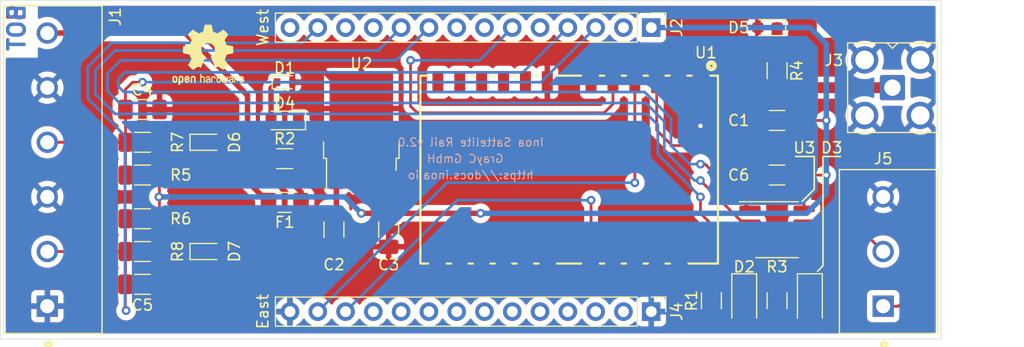
<source format=kicad_pcb>
(kicad_pcb (version 20211014) (generator pcbnew)
  (layers (0 "F.Cu" signal) (31 "B.Cu" signal) (34 "B.Paste" user) (35 "F.Paste" user) (36 "B.SilkS" user "B.Silkscreen") (37 "F.SilkS" user "F.Silkscreen") (38 "B.Mask" user) (39 "F.Mask" user) (44 "Edge.Cuts" user))
  (net 0 "")
  (net 1 "GND")
  (net 2 "S0_0")
  (net 3 "S0_1")
  (net 4 "+3V3")
  (net 5 "Net-(D1-Pad1)")
  (net 6 "VCC")
  (net 7 "Net-(C2-Pad1)")
  (net 8 "RS485_0_RX")
  (net 9 "Net-(D5-Pad1)")
  (net 10 "Net-(D6-Pad1)")
  (net 11 "Antenna")
  (net 12 "WMBus_RX")
  (net 13 "RS485_0_TXE")
  (net 14 "RS485_0_TX")
  (net 15 "Net-(D2-Pad2)")
  (net 16 "Net-(D7-Pad1)")
  (net 17 "WMBus_TX")
  (net 18 "~{WMBus_Reset}")
  (net 19 "RS485_0_A")
  (net 20 "RS485_0_B")
  (net 21 "TX_IND")
  (net 22 "Net-(D3-Pad2)")
  (net 23 "RX_IND")
  (footprint "Diode_SMD:D_0603_1608Metric_Pad1.05x0.95mm_HandSolder" (layer "F.Cu") (at 125 114)
    (fp_text reference "D7" (at 2.4 0 90) (layer "F.SilkS"))
    (fp_text value "D_TVS")
    (pad "1" smd roundrect (at -0.875 0) (size 1.05 0.95) (layers "F.Cu" "F.Paste" "F.Mask") (net 16 "Net-(D7-Pad1)"))
    (pad "2" smd roundrect (at 0.875 0) (size 1.05 0.95) (layers "F.Cu" "F.Paste" "F.Mask") (net 1 "GND"))
  )
  (footprint "Symbol:OSHW-Logo2_7.3x6mm_SilkScreen" (layer "F.Cu") (at 125 96)
    (fp_text reference "G1" hide)
    (fp_text value "Logo_Open_Hardware_Small" hide)
  )
  (footprint "Capacitor_SMD:C_1206_3216Metric_Pad1.33x1.80mm_HandSolder" (layer "F.Cu") (at 136.5 112 -90)
    (fp_text reference "C2" (at 3.2 0 180) (layer "F.SilkS"))
    (fp_text value "100nF")
    (pad "1" smd roundrect (at -1.5625 0 270) (size 1.325 1.8) (layers "F.Cu" "F.Paste" "F.Mask") (roundrect_rratio 0.188679) (net 7 "Net-(C2-Pad1)"))
    (pad "2" smd roundrect (at 1.5625 0 270) (size 1.325 1.8) (layers "F.Cu" "F.Paste" "F.Mask") (roundrect_rratio 0.188679) (net 1 "GND"))
  )
  (footprint "Connector_PinHeader_2.54mm:PinHeader_1x14_P2.54mm_Vertical" (layer "F.Cu") (at 165.5 93.5 -90)
    (fp_text reference "J2" (at 0 -2.33 90) (layer "F.SilkS"))
    (fp_text value "West")
    (pad "1" thru_hole rect (at 0 0 270) (size 1.7 1.7) (drill 1) (layers *.Cu *.Mask) (net 4 "+3V3"))
    (pad "2" thru_hole oval (at 0 2.54 270) (size 1.7 1.7) (drill 1) (layers *.Cu *.Mask))
    (pad "3" thru_hole oval (at 0 5.08 270) (size 1.7 1.7) (drill 1) (layers *.Cu *.Mask) (net 2 "S0_0"))
    (pad "4" thru_hole oval (at 0 7.62 270) (size 1.7 1.7) (drill 1) (layers *.Cu *.Mask) (net 8 "RS485_0_RX"))
    (pad "5" thru_hole oval (at 0 10.16 270) (size 1.7 1.7) (drill 1) (layers *.Cu *.Mask))
    (pad "6" thru_hole oval (at 0 12.7 270) (size 1.7 1.7) (drill 1) (layers *.Cu *.Mask) (net 12 "WMBus_RX"))
    (pad "7" thru_hole oval (at 0 15.24 270) (size 1.7 1.7) (drill 1) (layers *.Cu *.Mask))
    (pad "8" thru_hole oval (at 0 17.78 270) (size 1.7 1.7) (drill 1) (layers *.Cu *.Mask))
    (pad "9" thru_hole oval (at 0 20.32 270) (size 1.7 1.7) (drill 1) (layers *.Cu *.Mask) (net 13 "RS485_0_TXE"))
    (pad "10" thru_hole oval (at 0 22.86 270) (size 1.7 1.7) (drill 1) (layers *.Cu *.Mask) (net 14 "RS485_0_TX"))
    (pad "11" thru_hole oval (at 0 25.4 270) (size 1.7 1.7) (drill 1) (layers *.Cu *.Mask))
    (pad "12" thru_hole oval (at 0 27.94 270) (size 1.7 1.7) (drill 1) (layers *.Cu *.Mask))
    (pad "13" thru_hole oval (at 0 30.48 270) (size 1.7 1.7) (drill 1) (layers *.Cu *.Mask) (net 3 "S0_1"))
    (pad "14" thru_hole oval (at 0 33.02 270) (size 1.7 1.7) (drill 1) (layers *.Cu *.Mask))
  )
  (footprint "Resistor_SMD:R_1206_3216Metric_Pad1.30x1.75mm_HandSolder" (layer "F.Cu") (at 132 105.5)
    (fp_text reference "R2" (at 0 -1.82) (layer "F.SilkS"))
    (fp_text value "10k")
    (pad "1" smd roundrect (at -1.55 0) (size 1.3 1.75) (layers "F.Cu" "F.Paste" "F.Mask") (roundrect_rratio 0.192308) (net 5 "Net-(D1-Pad1)"))
    (pad "2" smd roundrect (at 1.55 0) (size 1.3 1.75) (layers "F.Cu" "F.Paste" "F.Mask") (roundrect_rratio 0.192308) (net 1 "GND"))
  )
  (footprint "Diode_SMD:D_SOD-323_HandSoldering" (layer "F.Cu") (at 132 102 180)
    (fp_text reference "D4" (at 0 1.6) (layer "F.SilkS"))
    (fp_text value "1N5819")
    (pad "1" smd rect (at -1.25 0 180) (size 1 1) (layers "F.Cu" "F.Paste" "F.Mask") (net 7 "Net-(C2-Pad1)"))
    (pad "2" smd rect (at 1.25 0 180) (size 1 1) (layers "F.Cu" "F.Paste" "F.Mask") (net 5 "Net-(D1-Pad1)"))
  )
  (footprint "Resistor_SMD:R_1206_3216Metric_Pad1.30x1.75mm_HandSolder" (layer "F.Cu") (at 177 118.5 90)
    (fp_text reference "R3" (at 3.1 0 180) (layer "F.SilkS"))
    (fp_text value "220R")
    (pad "1" smd roundrect (at -1.55 0 90) (size 1.3 1.75) (layers "F.Cu" "F.Paste" "F.Mask") (roundrect_rratio 0.192308) (net 22 "Net-(D3-Pad2)"))
    (pad "2" smd roundrect (at 1.55 0 90) (size 1.3 1.75) (layers "F.Cu" "F.Paste" "F.Mask") (roundrect_rratio 0.192308) (net 23 "RX_IND"))
  )
  (footprint "Resistor_SMD:R_1206_3216Metric_Pad1.30x1.75mm_HandSolder" (layer "F.Cu") (at 119 114 180)
    (fp_text reference "R8" (at -3.2 0 90) (layer "F.SilkS"))
    (fp_text value "220R")
    (pad "1" smd roundrect (at -1.55 0 180) (size 1.3 1.75) (layers "F.Cu" "F.Paste" "F.Mask") (roundrect_rratio 0.192308) (net 16 "Net-(D7-Pad1)"))
    (pad "2" smd roundrect (at 1.55 0 180) (size 1.3 1.75) (layers "F.Cu" "F.Paste" "F.Mask") (roundrect_rratio 0.192308) (net 3 "S0_1"))
  )
  (footprint "Diode_SMD:D_SOD-523" (layer "F.Cu") (at 132 98.5)
    (fp_text reference "D1" (at 0 -1.3) (layer "F.SilkS"))
    (fp_text value "25V")
    (pad "1" smd rect (at -0.7 0 180) (size 0.6 0.7) (layers "F.Cu" "F.Paste" "F.Mask") (net 5 "Net-(D1-Pad1)"))
    (pad "2" smd rect (at 0.7 0 180) (size 0.6 0.7) (layers "F.Cu" "F.Paste" "F.Mask") (net 1 "GND"))
  )
  (footprint "Capacitor_SMD:C_1206_3216Metric_Pad1.33x1.80mm_HandSolder" (layer "F.Cu") (at 177 107 180)
    (fp_text reference "C6" (at 3.5 0) (layer "F.SilkS"))
    (fp_text value "100nF")
    (pad "1" smd roundrect (at -1.5625 0 180) (size 1.325 1.8) (layers "F.Cu" "F.Paste" "F.Mask") (roundrect_rratio 0.188679) (net 4 "+3V3"))
    (pad "2" smd roundrect (at 1.5625 0 180) (size 1.325 1.8) (layers "F.Cu" "F.Paste" "F.Mask") (roundrect_rratio 0.188679) (net 1 "GND"))
  )
  (footprint "Resistor_SMD:R_1206_3216Metric_Pad1.30x1.75mm_HandSolder" (layer "F.Cu") (at 119 104 180)
    (fp_text reference "R7" (at -3.2 0 90) (layer "F.SilkS"))
    (fp_text value "220R")
    (pad "1" smd roundrect (at -1.55 0 180) (size 1.3 1.75) (layers "F.Cu" "F.Paste" "F.Mask") (roundrect_rratio 0.192308) (net 10 "Net-(D6-Pad1)"))
    (pad "2" smd roundrect (at 1.55 0 180) (size 1.3 1.75) (layers "F.Cu" "F.Paste" "F.Mask") (roundrect_rratio 0.192308) (net 2 "S0_0"))
  )
  (footprint "Package_SO:SOIC-8_3.9x4.9mm_P1.27mm" (layer "F.Cu") (at 177 112)
    (fp_text reference "U3" (at 2.5 -7.5 180) (layer "F.SilkS"))
    (fp_text value "MAX3486")
    (pad "1" smd roundrect (at -2.475 -1.905) (size 1.95 0.6) (layers "F.Cu" "F.Paste" "F.Mask") (net 8 "RS485_0_RX"))
    (pad "2" smd roundrect (at -2.475 -0.635) (size 1.95 0.6) (layers "F.Cu" "F.Paste" "F.Mask") (net 13 "RS485_0_TXE"))
    (pad "3" smd roundrect (at -2.475 0.635) (size 1.95 0.6) (layers "F.Cu" "F.Paste" "F.Mask") (net 13 "RS485_0_TXE"))
    (pad "4" smd roundrect (at -2.475 1.905) (size 1.95 0.6) (layers "F.Cu" "F.Paste" "F.Mask") (net 14 "RS485_0_TX"))
    (pad "5" smd roundrect (at 2.475 1.905) (size 1.95 0.6) (layers "F.Cu" "F.Paste" "F.Mask") (net 1 "GND"))
    (pad "6" smd roundrect (at 2.475 0.635) (size 1.95 0.6) (layers "F.Cu" "F.Paste" "F.Mask") (net 19 "RS485_0_A"))
    (pad "7" smd roundrect (at 2.475 -0.635) (size 1.95 0.6) (layers "F.Cu" "F.Paste" "F.Mask") (net 20 "RS485_0_B"))
    (pad "8" smd roundrect (at 2.475 -1.905) (size 1.95 0.6) (layers "F.Cu" "F.Paste" "F.Mask") (net 4 "+3V3"))
  )
  (footprint "Connector_PinHeader_2.54mm:PinHeader_1x14_P2.54mm_Vertical" (layer "F.Cu") (at 165.5 119.5 -90)
    (fp_text reference "J4" (at 0 -2.33 -90) (layer "F.SilkS"))
    (fp_text value "East")
    (pad "1" thru_hole rect (at 0 0 270) (size 1.7 1.7) (drill 1) (layers *.Cu *.Mask) (net 1 "GND"))
    (pad "2" thru_hole oval (at 0 2.54 270) (size 1.7 1.7) (drill 1) (layers *.Cu *.Mask))
    (pad "3" thru_hole oval (at 0 5.08 270) (size 1.7 1.7) (drill 1) (layers *.Cu *.Mask))
    (pad "4" thru_hole oval (at 0 7.62 270) (size 1.7 1.7) (drill 1) (layers *.Cu *.Mask))
    (pad "5" thru_hole oval (at 0 10.16 270) (size 1.7 1.7) (drill 1) (layers *.Cu *.Mask))
    (pad "6" thru_hole oval (at 0 12.7 270) (size 1.7 1.7) (drill 1) (layers *.Cu *.Mask))
    (pad "7" thru_hole oval (at 0 15.24 270) (size 1.7 1.7) (drill 1) (layers *.Cu *.Mask))
    (pad "8" thru_hole oval (at 0 17.78 270) (size 1.7 1.7) (drill 1) (layers *.Cu *.Mask))
    (pad "9" thru_hole oval (at 0 20.32 270) (size 1.7 1.7) (drill 1) (layers *.Cu *.Mask))
    (pad "10" thru_hole oval (at 0 22.86 270) (size 1.7 1.7) (drill 1) (layers *.Cu *.Mask))
    (pad "11" thru_hole oval (at 0 25.4 270) (size 1.7 1.7) (drill 1) (layers *.Cu *.Mask))
    (pad "12" thru_hole oval (at 0 27.94 270) (size 1.7 1.7) (drill 1) (layers *.Cu *.Mask) (net 18 "~{WMBus_Reset}"))
    (pad "13" thru_hole oval (at 0 30.48 270) (size 1.7 1.7) (drill 1) (layers *.Cu *.Mask) (net 17 "WMBus_TX"))
    (pad "14" thru_hole oval (at 0 33.02 270) (size 1.7 1.7) (drill 1) (layers *.Cu *.Mask) (net 1 "GND"))
  )
  (footprint "Resistor_SMD:R_1206_3216Metric_Pad1.30x1.75mm_HandSolder" (layer "F.Cu") (at 119 107)
    (fp_text reference "R5" (at 3.5 0) (layer "F.SilkS"))
    (fp_text value "10k")
    (pad "1" smd roundrect (at -1.55 0) (size 1.3 1.75) (layers "F.Cu" "F.Paste" "F.Mask") (roundrect_rratio 0.192308) (net 2 "S0_0"))
    (pad "2" smd roundrect (at 1.55 0) (size 1.3 1.75) (layers "F.Cu" "F.Paste" "F.Mask") (roundrect_rratio 0.192308) (net 4 "+3V3"))
  )
  (footprint "footprints:PHOENIX_1711039" (layer "F.Cu") (at 186.7 114 90)
    (fp_text reference "J5" (at 8.5 0 180) (layer "F.SilkS"))
    (fp_text value "South")
    (pad "1" thru_hole rect (at -5 0 90) (size 1.95 1.95) (drill 1.3) (layers *.Cu *.Mask) (net 20 "RS485_0_B"))
    (pad "2" thru_hole circle (at 0 0 90) (size 1.95 1.95) (drill 1.3) (layers *.Cu *.Mask) (net 19 "RS485_0_A"))
    (pad "3" thru_hole circle (at 5 0 90) (size 1.95 1.95) (drill 1.3) (layers *.Cu *.Mask) (net 1 "GND"))
  )
  (footprint "Capacitor_SMD:C_1206_3216Metric_Pad1.33x1.80mm_HandSolder" (layer "F.Cu") (at 177 102 180)
    (fp_text reference "C1" (at 3.5 0) (layer "F.SilkS"))
    (fp_text value "100uF")
    (pad "1" smd roundrect (at -1.5625 0 180) (size 1.325 1.8) (layers "F.Cu" "F.Paste" "F.Mask") (roundrect_rratio 0.188679) (net 4 "+3V3"))
    (pad "2" smd roundrect (at 1.5625 0 180) (size 1.325 1.8) (layers "F.Cu" "F.Paste" "F.Mask") (roundrect_rratio 0.188679) (net 1 "GND"))
  )
  (footprint "Fuse:Fuse_1206_3216Metric_Pad1.42x1.75mm_HandSolder" (layer "F.Cu") (at 132 109.5 180)
    (fp_text reference "F1" (at 0 -1.82) (layer "F.SilkS"))
    (fp_text value "25V/1A")
    (pad "1" smd roundrect (at -1.4875 0 180) (size 1.425 1.75) (layers "F.Cu" "F.Paste" "F.Mask") (roundrect_rratio 0.175439) (net 5 "Net-(D1-Pad1)"))
    (pad "2" smd roundrect (at 1.4875 0 180) (size 1.425 1.75) (layers "F.Cu" "F.Paste" "F.Mask") (roundrect_rratio 0.175439) (net 6 "VCC"))
  )
  (footprint "footprints:WE-FP-1" (layer "F.Cu") (at 158 106.5 180)
    (fp_text reference "U1" (at -12.5 10.7) (layer "F.SilkS"))
    (fp_text value "Metis-I" hide)
    (pad "1" smd rect (at -12 8 180) (size 1 2) (layers "F.Cu" "F.Paste" "F.Mask") (net 11 "Antenna"))
    (pad "2" smd rect (at -10 8 180) (size 1 2) (layers "F.Cu" "F.Paste" "F.Mask") (net 1 "GND"))
    (pad "3" smd rect (at -8 8 180) (size 1 2) (layers "F.Cu" "F.Paste" "F.Mask") (net 4 "+3V3"))
    (pad "4" smd rect (at -6 8 180) (size 1 2) (layers "F.Cu" "F.Paste" "F.Mask") (net 17 "WMBus_TX"))
    (pad "5" smd rect (at -4 8 180) (size 1 2) (layers "F.Cu" "F.Paste" "F.Mask") (net 12 "WMBus_RX"))
    (pad "6" smd rect (at -2 8 180) (size 1 2) (layers "F.Cu" "F.Paste" "F.Mask"))
    (pad "7" smd rect (at 2 8 180) (size 1 2) (layers "F.Cu" "F.Paste" "F.Mask") (net 1 "GND"))
    (pad "8" smd rect (at 4 8 180) (size 1 2) (layers "F.Cu" "F.Paste" "F.Mask"))
    (pad "9" smd rect (at 6 8 180) (size 1 2) (layers "F.Cu" "F.Paste" "F.Mask"))
    (pad "10" smd rect (at 8 8 180) (size 1 2) (layers "F.Cu" "F.Paste" "F.Mask"))
    (pad "11" smd rect (at 10 8 180) (size 1 2) (layers "F.Cu" "F.Paste" "F.Mask"))
    (pad "12" smd rect (at 12 8 180) (size 1 2) (layers "F.Cu" "F.Paste" "F.Mask"))
    (pad "13" smd rect (at 12 -8 180) (size 1 2) (layers "F.Cu" "F.Paste" "F.Mask"))
    (pad "14" smd rect (at 10 -8 180) (size 1 2) (layers "F.Cu" "F.Paste" "F.Mask"))
    (pad "15" smd rect (at 8 -8 180) (size 1 2) (layers "F.Cu" "F.Paste" "F.Mask"))
    (pad "16" smd rect (at 6 -8 180) (size 1 2) (layers "F.Cu" "F.Paste" "F.Mask"))
    (pad "17" smd rect (at 4 -8 180) (size 1 2) (layers "F.Cu" "F.Paste" "F.Mask"))
    (pad "18" smd rect (at 2 -8 180) (size 1 2) (layers "F.Cu" "F.Paste" "F.Mask"))
    (pad "19" smd rect (at -2 -8 180) (size 1 2) (layers "F.Cu" "F.Paste" "F.Mask") (net 18 "~{WMBus_Reset}"))
    (pad "20" smd rect (at -4 -8 180) (size 1 2) (layers "F.Cu" "F.Paste" "F.Mask") (net 23 "RX_IND"))
    (pad "21" smd rect (at -6 -8 180) (size 1 2) (layers "F.Cu" "F.Paste" "F.Mask") (net 21 "TX_IND"))
    (pad "22" smd rect (at -8 -8 180) (size 1 2) (layers "F.Cu" "F.Paste" "F.Mask"))
    (pad "23" smd rect (at -10 -8 180) (size 1 2) (layers "F.Cu" "F.Paste" "F.Mask") (net 1 "GND"))
  )
  (footprint "Diode_SMD:D_0603_1608Metric_Pad1.05x0.95mm_HandSolder" (layer "F.Cu") (at 176.125 93.5 180)
    (fp_text reference "D5" (at 2.625 0) (layer "F.SilkS"))
    (fp_text value "D_TVS")
    (pad "1" smd roundrect (at -0.875 0 180) (size 1.05 0.95) (layers "F.Cu" "F.Paste" "F.Mask") (net 9 "Net-(D5-Pad1)"))
    (pad "2" smd roundrect (at 0.875 0 180) (size 1.05 0.95) (layers "F.Cu" "F.Paste" "F.Mask") (net 1 "GND"))
  )
  (footprint "Resistor_SMD:R_1206_3216Metric_Pad1.30x1.75mm_HandSolder" (layer "F.Cu") (at 177 97.45 -90)
    (fp_text reference "R4" (at 0 -1.82 90) (layer "F.SilkS"))
    (fp_text value "220R")
    (pad "1" smd roundrect (at -1.55 0 270) (size 1.3 1.75) (layers "F.Cu" "F.Paste" "F.Mask") (roundrect_rratio 0.192308) (net 9 "Net-(D5-Pad1)"))
    (pad "2" smd roundrect (at 1.55 0 270) (size 1.3 1.75) (layers "F.Cu" "F.Paste" "F.Mask") (roundrect_rratio 0.192308) (net 11 "Antenna"))
  )
  (footprint "LED_SMD:LED_1206_3216Metric_Pad1.42x1.75mm_HandSolder" (layer "F.Cu") (at 174 118.5 -90)
    (fp_text reference "D2" (at -3.1 0) (layer "F.SilkS"))
    (fp_text value "TX")
    (pad "1" smd roundrect (at -1.4875 0 270) (size 1.425 1.75) (layers "F.Cu" "F.Paste" "F.Mask") (roundrect_rratio 0.175439) (net 1 "GND"))
    (pad "2" smd roundrect (at 1.4875 0 270) (size 1.425 1.75) (layers "F.Cu" "F.Paste" "F.Mask") (roundrect_rratio 0.175439) (net 15 "Net-(D2-Pad2)"))
  )
  (footprint "footprints:PHOENIX_1935200" (layer "F.Cu") (at 110.3 106.5 90)
    (fp_text reference "J1" (at 14 6.2 90) (layer "F.SilkS"))
    (fp_text value "North")
    (pad "1" thru_hole rect locked (at -12.5 0 90) (size 1.95 1.95) (drill 1.3) (layers *.Cu *.Mask) (net 1 "GND"))
    (pad "2" thru_hole circle locked (at -7.5 0 90) (size 1.95 1.95) (drill 1.3) (layers *.Cu *.Mask) (net 3 "S0_1"))
    (pad "3" thru_hole circle locked (at -2.5 0 90) (size 1.95 1.95) (drill 1.3) (layers *.Cu *.Mask) (net 1 "GND"))
    (pad "4" thru_hole circle locked (at 2.5 0 90) (size 1.95 1.95) (drill 1.3) (layers *.Cu *.Mask) (net 2 "S0_0"))
    (pad "5" thru_hole circle locked (at 7.5 0 90) (size 1.95 1.95) (drill 1.3) (layers *.Cu *.Mask) (net 1 "GND"))
    (pad "6" thru_hole circle locked (at 12.5 0 90) (size 1.95 1.95) (drill 1.3) (layers *.Cu *.Mask) (net 6 "VCC"))
  )
  (footprint "Resistor_SMD:R_1206_3216Metric_Pad1.30x1.75mm_HandSolder" (layer "F.Cu") (at 171 118.5 90)
    (fp_text reference "R1" (at 0 -1.82 90) (layer "F.SilkS"))
    (fp_text value "220R")
    (pad "1" smd roundrect (at -1.55 0 90) (size 1.3 1.75) (layers "F.Cu" "F.Paste" "F.Mask") (roundrect_rratio 0.192308) (net 15 "Net-(D2-Pad2)"))
    (pad "2" smd roundrect (at 1.55 0 90) (size 1.3 1.75) (layers "F.Cu" "F.Paste" "F.Mask") (roundrect_rratio 0.192308) (net 21 "TX_IND"))
  )
  (footprint "Connector_Coaxial:SMA_Amphenol_901-143_Horizontal" (layer "F.Cu") (at 187.55 99 -90)
    (fp_text reference "J3" (at -2.5 5.35) (layer "F.SilkS"))
    (fp_text value "WMBus")
    (pad "1" thru_hole roundrect (at 0 0 270) (size 2.3 2.3) (drill 1.5) (layers *.Cu *.Mask) (roundrect_rratio 0.087) (net 11 "Antenna"))
    (pad "2" thru_hole circle (at -2.54 -2.54 270) (size 2.5 2.5) (drill 1.7) (layers *.Cu *.Mask) (net 1 "GND"))
    (pad "2" thru_hole circle (at 2.54 2.54 270) (size 2.5 2.5) (drill 1.7) (layers *.Cu *.Mask) (net 1 "GND"))
    (pad "2" thru_hole circle (at -2.54 2.54 270) (size 2.5 2.5) (drill 1.7) (layers *.Cu *.Mask) (net 1 "GND"))
    (pad "2" thru_hole circle (at 2.54 -2.54 270) (size 2.5 2.5) (drill 1.7) (layers *.Cu *.Mask) (net 1 "GND"))
  )
  (footprint "Capacitor_SMD:C_1206_3216Metric_Pad1.33x1.80mm_HandSolder" (layer "F.Cu") (at 141.5 112 -90)
    (fp_text reference "C3" (at 3.2 0 180) (layer "F.SilkS"))
    (fp_text value "100nF")
    (pad "1" smd roundrect (at -1.5625 0 270) (size 1.325 1.8) (layers "F.Cu" "F.Paste" "F.Mask") (roundrect_rratio 0.188679) (net 4 "+3V3"))
    (pad "2" smd roundrect (at 1.5625 0 270) (size 1.325 1.8) (layers "F.Cu" "F.Paste" "F.Mask") (roundrect_rratio 0.188679) (net 1 "GND"))
  )
  (footprint "LED_SMD:LED_1206_3216Metric_Pad1.42x1.75mm_HandSolder" (layer "F.Cu") (at 180 118.5 -90)
    (fp_text reference "D3" (at -14 -2) (layer "F.SilkS"))
    (fp_text value "RX")
    (pad "1" smd roundrect (at -1.4875 0 270) (size 1.425 1.75) (layers "F.Cu" "F.Paste" "F.Mask") (roundrect_rratio 0.175439) (net 1 "GND"))
    (pad "2" smd roundrect (at 1.4875 0 270) (size 1.425 1.75) (layers "F.Cu" "F.Paste" "F.Mask") (roundrect_rratio 0.175439) (net 22 "Net-(D3-Pad2)"))
  )
  (footprint "Package_TO_SOT_SMD:TO-252-3_TabPin2" (layer "F.Cu") (at 139 103 90)
    (fp_text reference "U2" (at 6.2 0) (layer "F.SilkS"))
    (fp_text value "BA033CC0FP-E2")
    (pad "1" smd rect (at -4.2 -2.28 90) (size 2.2 1.2) (layers "F.Cu" "F.Paste" "F.Mask") (net 7 "Net-(C2-Pad1)"))
    (pad "2" smd rect (at 2.1 0 90) (size 6.4 5.8) (layers "F.Cu" "F.Mask") (net 1 "GND"))
    (pad "2" smd rect (at -4.2 0 90) (size 2.2 1.2) (layers "F.Cu" "F.Paste" "F.Mask") (net 1 "GND"))
    (pad "3" smd rect (at -4.2 2.28 90) (size 2.2 1.2) (layers "F.Cu" "F.Paste" "F.Mask") (net 4 "+3V3"))
  )
  (footprint "Capacitor_SMD:C_1206_3216Metric_Pad1.33x1.80mm_HandSolder" (layer "F.Cu") (at 119 101)
    (fp_text reference "C4" (at 0 -1.8) (layer "F.SilkS"))
    (fp_text value "100nF")
    (pad "1" smd roundrect (at -1.5625 0) (size 1.325 1.8) (layers "F.Cu" "F.Paste" "F.Mask") (roundrect_rratio 0.188679) (net 2 "S0_0"))
    (pad "2" smd roundrect (at 1.5625 0) (size 1.325 1.8) (layers "F.Cu" "F.Paste" "F.Mask") (roundrect_rratio 0.188679) (net 1 "GND"))
  )
  (footprint "Capacitor_SMD:C_1206_3216Metric_Pad1.33x1.80mm_HandSolder" (layer "F.Cu") (at 119 117)
    (fp_text reference "C5" (at 0 1.9) (layer "F.SilkS"))
    (fp_text value "100nF")
    (pad "1" smd roundrect (at -1.5625 0) (size 1.325 1.8) (layers "F.Cu" "F.Paste" "F.Mask") (roundrect_rratio 0.188679) (net 3 "S0_1"))
    (pad "2" smd roundrect (at 1.5625 0) (size 1.325 1.8) (layers "F.Cu" "F.Paste" "F.Mask") (roundrect_rratio 0.188679) (net 1 "GND"))
  )
  (footprint "Resistor_SMD:R_1206_3216Metric_Pad1.30x1.75mm_HandSolder" (layer "F.Cu") (at 119 111)
    (fp_text reference "R6" (at 3.5 0) (layer "F.SilkS"))
    (fp_text value "10k")
    (pad "1" smd roundrect (at -1.55 0) (size 1.3 1.75) (layers "F.Cu" "F.Paste" "F.Mask") (roundrect_rratio 0.192308) (net 3 "S0_1"))
    (pad "2" smd roundrect (at 1.55 0) (size 1.3 1.75) (layers "F.Cu" "F.Paste" "F.Mask") (roundrect_rratio 0.192308) (net 4 "+3V3"))
  )
  (footprint "Diode_SMD:D_0603_1608Metric_Pad1.05x0.95mm_HandSolder" (layer "F.Cu") (at 125 104)
    (fp_text reference "D6" (at 2.4 0 90) (layer "F.SilkS"))
    (fp_text value "D_TVS")
    (pad "1" smd roundrect (at -0.875 0) (size 1.05 0.95) (layers "F.Cu" "F.Paste" "F.Mask") (net 10 "Net-(D6-Pad1)"))
    (pad "2" smd roundrect (at 0.875 0) (size 1.05 0.95) (layers "F.Cu" "F.Paste" "F.Mask") (net 1 "GND"))
  )
  (footprint "images:grayc-logo-negative" (layer "B.Cu") (at 175 118 180)
    (fp_text reference "G2" hide)
    (fp_text value "LOGO" hide)
  )
  (gr_line (start 178.7 105.3) (end 180.4 105.3) (layer "F.SilkS") (width 0.15))
  (gr_line (start 180.4 108.3) (end 179.3 109.4) (layer "F.SilkS") (width 0.15))
  (gr_line (start 182.8 105.3) (end 181.2 105.3) (layer "F.SilkS") (width 0.15))
  (gr_line (start 180.4 105.3) (end 180.4 108.3) (layer "F.SilkS") (width 0.15))
  (gr_line (start 181.2 105.3) (end 181.2 115.3) (layer "F.SilkS") (width 0.15))
  (gr_line (start 181.2 115.3) (end 180.7 115.8) (layer "F.SilkS") (width 0.15))
  (gr_line (start 106 91) (end 192 91) (layer "Edge.Cuts") (width 0.05))
  (gr_line (start 192 122) (end 106 122) (layer "Edge.Cuts") (width 0.05))
  (gr_line (start 192 91) (end 192 122) (layer "Edge.Cuts") (width 0.05))
  (gr_line (start 106 122) (end 106 91) (layer "Edge.Cuts") (width 0.05))
  (gr_text "TOP" (at 107.5 93.5 90) (layer "F.Cu") (effects (font (size 1.5 1.5) (thickness 0.3))))
  (gr_text "SR-WM-020" (at 186 93) (layer "F.Cu") (effects (font (size 1 1))))
  (gr_text "BOT" (at 107.5 93.5 90) (layer "B.Cu") (effects (font (size 1.5 1.5) (thickness 0.3)) (justify mirror)))
  (gr_text "https://docs.inoa.io" (at 149 107) (layer "B.SilkS") (effects (font (size 0.75 0.75) (thickness 0.1)) (justify mirror)))
  (gr_text "Inoa Sattelite Rail v2.0" (at 149 104) (layer "B.SilkS") (effects (font (size 0.75 0.75) (thickness 0.1)) (justify mirror)))
  (gr_text "GrayC GmbH" (at 148.5 105.5) (layer "B.SilkS") (effects (font (size 0.75 0.75) (thickness 0.1)) (justify mirror)))
  (gr_text "West" (at 130 93.5 90) (layer "F.SilkS") (effects (font (size 1 1))))
  (gr_text "East" (at 130 119.5 90) (layer "F.SilkS") (effects (font (size 1 1))))
  (segment (start 135.2 97.1) (end 139 100.9) (width 0.5) (layer "F.Cu") (net 1))
  (segment (start 132.7 98.5) (end 133.7 98.5) (width 0.5) (layer "F.Cu") (net 1))
  (segment (start 133.7 98.5) (end 135.1 97.1) (width 0.5) (layer "F.Cu") (net 1))
  (segment (start 135.1 97.1) (end 135.2 97.1) (width 0.5) (layer "F.Cu") (net 1))
  (via (at 170 102.5) (size 0.8) (drill 0.4) (layers "F.Cu" "B.Cu") (net 1))
  (segment (start 117.45 101.0125) (end 117.4375 101) (width 0.25) (layer "F.Cu") (net 2))
  (segment (start 110.3 104) (end 117.45 104) (width 0.25) (layer "F.Cu") (net 2))
  (segment (start 117.45 104) (end 117.45 101.0125) (width 0.25) (layer "F.Cu") (net 2))
  (segment (start 117.4375 99.1625) (end 117.4375 101) (width 0.25) (layer "F.Cu") (net 2))
  (segment (start 117.45 104) (end 117.45 107) (width 0.25) (layer "F.Cu") (net 2))
  (segment (start 119 98.5) (end 118.1 98.5) (width 0.25) (layer "F.Cu") (net 2))
  (segment (start 118.1 98.5) (end 117.4375 99.1625) (width 0.25) (layer "F.Cu") (net 2))
  (via (at 119 98.5) (size 0.8) (drill 0.4) (layers "F.Cu" "B.Cu") (net 2))
  (segment (start 155.42 98.5) (end 160.42 93.5) (width 0.25) (layer "B.Cu") (net 2))
  (segment (start 119 98.5) (end 155.42 98.5) (width 0.25) (layer "B.Cu") (net 2))
  (segment (start 117.45 116.9875) (end 117.4375 117) (width 0.25) (layer "F.Cu") (net 3))
  (segment (start 117.45 114) (end 117.45 111) (width 0.25) (layer "F.Cu") (net 3))
  (segment (start 117.4375 119.3375) (end 117.5 119.4) (width 0.25) (layer "F.Cu") (net 3))
  (segment (start 117.45 114) (end 117.45 116.9875) (width 0.25) (layer "F.Cu") (net 3))
  (segment (start 117.4375 117) (end 117.4375 119.3375) (width 0.25) (layer "F.Cu") (net 3))
  (segment (start 110.3 114) (end 117.45 114) (width 0.25) (layer "F.Cu") (net 3))
  (via (at 117.5 119.4) (size 0.8) (drill 0.4) (layers "F.Cu" "B.Cu") (net 3))
  (segment (start 116.2 94.9) (end 114 97.1) (width 0.25) (layer "B.Cu") (net 3))
  (segment (start 114 100) (end 117.4 103.4) (width 0.25) (layer "B.Cu") (net 3))
  (segment (start 114 97.1) (end 114 100) (width 0.25) (layer "B.Cu") (net 3))
  (segment (start 117.4 119.3) (end 117.5 119.4) (width 0.25) (layer "B.Cu") (net 3))
  (segment (start 117.4 103.4) (end 117.4 119.3) (width 0.25) (layer "B.Cu") (net 3))
  (segment (start 135.02 93.5) (end 133.62 94.9) (width 0.25) (layer "B.Cu") (net 3))
  (segment (start 133.62 94.9) (end 116.2 94.9) (width 0.25) (layer "B.Cu") (net 3))
  (segment (start 141.28 110.2175) (end 141.5 110.4375) (width 0.5) (layer "F.Cu") (net 4))
  (segment (start 179.475 107.9125) (end 178.5625 107) (width 0.25) (layer "F.Cu") (net 4))
  (segment (start 166 98.5) (end 166 102.9) (width 0.25) (layer "F.Cu") (net 4))
  (segment (start 141.5625 110.5) (end 141.5 110.4375) (width 0.5) (layer "F.Cu") (net 4))
  (segment (start 120.55 108.95) (end 120.55 111) (width 0.25) (layer "F.Cu") (net 4))
  (segment (start 120.55 107) (end 120.55 108.95) (width 0.25) (layer "F.Cu") (net 4))
  (segment (start 141.405 110.3425) (end 141.5 110.4375) (width 0.25) (layer "F.Cu") (net 4))
  (segment (start 139 110.5) (end 141.4375 110.5) (width 0.5) (layer "F.Cu") (net 4))
  (segment (start 141.4375 110.5) (end 141.5 110.4375) (width 0.5) (layer "F.Cu") (net 4))
  (segment (start 166 102.9) (end 167.4 104.3) (width 0.25) (layer "F.Cu") (net 4))
  (segment (start 149.9 110.5) (end 141.5625 110.5) (width 0.5) (layer "F.Cu") (net 4))
  (segment (start 178.6 103.7) (end 178.6 102.0375) (width 0.25) (layer "F.Cu") (net 4))
  (segment (start 179.475 110.095) (end 179.475 107.9125) (width 0.25) (layer "F.Cu") (net 4))
  (segment (start 178 104.3) (end 178.6 103.7) (width 0.25) (layer "F.Cu") (net 4))
  (segment (start 178.5625 107) (end 181.5 107) (width 0.25) (layer "F.Cu") (net 4))
  (segment (start 167.4 104.3) (end 178 104.3) (width 0.25) (layer "F.Cu") (net 4))
  (segment (start 178.5625 102) (end 181.5 102) (width 0.25) (layer "F.Cu") (net 4))
  (segment (start 141.28 107.2) (end 141.28 110.2175) (width 0.5) (layer "F.Cu") (net 4))
  (segment (start 178.6 102.0375) (end 178.5625 102) (width 0.25) (layer "F.Cu") (net 4))
  (via (at 181.5 102) (size 0.8) (drill 0.4) (layers "F.Cu" "B.Cu") (net 4))
  (via (at 139 110.5) (size 0.8) (drill 0.4) (layers "F.Cu" "B.Cu") (net 4))
  (via (at 120.5 109) (size 0.8) (drill 0.4) (layers "F.Cu" "B.Cu") (net 4))
  (via (at 181.5 107) (size 0.8) (drill 0.4) (layers "F.Cu" "B.Cu") (net 4))
  (via (at 149.9 110.5) (size 0.8) (drill 0.4) (layers "F.Cu" "B.Cu") (net 4))
  (segment (start 181.5 108.7) (end 181.5 106.9) (width 0.5) (layer "B.Cu") (net 4))
  (segment (start 179.7 110.5) (end 181.5 108.7) (width 0.5) (layer "B.Cu") (net 4))
  (segment (start 181.5 101.9) (end 181.5 95) (width 0.5) (layer "B.Cu") (net 4))
  (segment (start 120.5 109) (end 137.5 109) (width 0.5) (layer "B.Cu") (net 4))
  (segment (start 181.5 95) (end 180 93.5) (width 0.5) (layer "B.Cu") (net 4))
  (segment (start 180 93.5) (end 165.5 93.5) (width 0.5) (layer "B.Cu") (net 4))
  (segment (start 137.5 109) (end 139 110.5) (width 0.5) (layer "B.Cu") (net 4))
  (segment (start 179.7 110.5) (end 149.9 110.5) (width 0.5) (layer "B.Cu") (net 4))
  (segment (start 181.5 106.9) (end 181.5 101.9) (width 0.5) (layer "B.Cu") (net 4))
  (segment (start 130.75 99.05) (end 131.3 98.5) (width 0.5) (layer "F.Cu") (net 5))
  (segment (start 130.75 105.2) (end 130.45 105.5) (width 0.5) (layer "F.Cu") (net 5))
  (segment (start 130.75 102) (end 130.75 99.05) (width 0.5) (layer "F.Cu") (net 5))
  (segment (start 130.45 105.2) (end 130.15 105.5) (width 0.25) (layer "F.Cu") (net 5))
  (segment (start 133.4875 108.5375) (end 130.45 105.5) (width 0.5) (layer "F.Cu") (net 5))
  (segment (start 130.75 102) (end 130.75 105.2) (width 0.5) (layer "F.Cu") (net 5))
  (segment (start 133.4875 109.5) (end 133.4875 108.5375) (width 0.5) (layer "F.Cu") (net 5))
  (segment (start 110.3 94) (end 122.9 94) (width 0.5) (layer "F.Cu") (net 6))
  (segment (start 122.9 94) (end 128.6 99.7) (width 0.5) (layer "F.Cu") (net 6))
  (segment (start 128.6 99.7) (end 128.6 107.5875) (width 0.5) (layer "F.Cu") (net 6))
  (segment (start 128.6 107.5875) (end 130.5125 109.5) (width 0.5) (layer "F.Cu") (net 6))
  (segment (start 133.25 102) (end 135 103.75) (width 0.5) (layer "F.Cu") (net 7))
  (segment (start 136.72 107.2) (end 136.72 110.2175) (width 0.5) (layer "F.Cu") (net 7))
  (segment (start 135 103.75) (end 135 106.6) (width 0.5) (layer "F.Cu") (net 7))
  (segment (start 136.72 110.2175) (end 136.5 110.4375) (width 0.5) (layer "F.Cu") (net 7))
  (segment (start 135 106.6) (end 135.6 107.2) (width 0.5) (layer "F.Cu") (net 7))
  (segment (start 136.845 110.2925) (end 136.7 110.4375) (width 0.25) (layer "F.Cu") (net 7))
  (segment (start 135.6 107.2) (end 136.72 107.2) (width 0.5) (layer "F.Cu") (net 7))
  (segment (start 170 106) (end 170.43 106) (width 0.25) (layer "F.Cu") (net 8))
  (segment (start 170.43 106) (end 174.525 110.095) (width 0.25) (layer "F.Cu") (net 8))
  (via (at 170 106) (size 0.8) (drill 0.4) (layers "F.Cu" "B.Cu") (net 8))
  (segment (start 117.375386 97.6) (end 116.775489 98.199897) (width 0.25) (layer "B.Cu") (net 8))
  (segment (start 153.78 97.6) (end 117.375386 97.6) (width 0.25) (layer "B.Cu") (net 8))
  (segment (start 116.775489 98.199897) (end 116.775489 98.875489) (width 0.25) (layer "B.Cu") (net 8))
  (segment (start 157.88 93.5) (end 153.78 97.6) (width 0.25) (layer "B.Cu") (net 8))
  (segment (start 164.9 99.4) (end 167.3 101.8) (width 0.25) (layer "B.Cu") (net 8))
  (segment (start 167.3 104.3) (end 169 106) (width 0.25) (layer "B.Cu") (net 8))
  (segment (start 167.3 101.8) (end 167.3 104.3) (width 0.25) (layer "B.Cu") (net 8))
  (segment (start 116.775489 98.875489) (end 117.3 99.4) (width 0.25) (layer "B.Cu") (net 8))
  (segment (start 169 106) (end 170 106) (width 0.25) (layer "B.Cu") (net 8))
  (segment (start 117.3 99.4) (end 164.9 99.4) (width 0.25) (layer "B.Cu") (net 8))
  (segment (start 177 95.9) (end 177 93.5) (width 1) (layer "F.Cu") (net 9))
  (segment (start 120.55 104) (end 124.125 104) (width 0.25) (layer "F.Cu") (net 10))
  (segment (start 177 99) (end 170.5 99) (width 1) (layer "F.Cu") (net 11))
  (segment (start 170.5 99) (end 170 98.5) (width 1) (layer "F.Cu") (net 11))
  (segment (start 177 99) (end 187.45 99) (width 1) (layer "F.Cu") (net 11))
  (segment (start 144.1 101.3) (end 161.2 101.3) (width 0.25) (layer "F.Cu") (net 12))
  (segment (start 162 100.5) (end 162 98.5) (width 0.25) (layer "F.Cu") (net 12))
  (segment (start 161.2 101.3) (end 162 100.5) (width 0.25) (layer "F.Cu") (net 12))
  (segment (start 143.5 100.7) (end 144.1 101.3) (width 0.25) (layer "F.Cu") (net 12))
  (segment (start 143.5 96.5) (end 143.5 100.7) (width 0.25) (layer "F.Cu") (net 12))
  (via (at 143.5 96.5) (size 0.8) (drill 0.4) (layers "F.Cu" "B.Cu") (net 12))
  (segment (start 152.8 93.5) (end 149.8 96.5) (width 0.25) (layer "B.Cu") (net 12))
  (segment (start 149.8 96.5) (end 143.5 96.5) (width 0.25) (layer "B.Cu") (net 12))
  (segment (start 174.525 112.635) (end 174.525 111.365) (width 0.25) (layer "F.Cu") (net 13))
  (segment (start 173.865 111.365) (end 174.525 111.365) (width 0.25) (layer "F.Cu") (net 13))
  (segment (start 170 107.5) (end 173.865 111.365) (width 0.25) (layer "F.Cu") (net 13))
  (via (at 170 107.5) (size 0.8) (drill 0.4) (layers "F.Cu" "B.Cu") (net 13))
  (segment (start 117 96.5) (end 115.8 97.7) (width 0.25) (layer "B.Cu") (net 13))
  (segment (start 142.18 96.5) (end 117 96.5) (width 0.25) (layer "B.Cu") (net 13))
  (segment (start 145.18 93.5) (end 142.18 96.5) (width 0.25) (layer "B.Cu") (net 13))
  (segment (start 166.7 104.724614) (end 169.475386 107.5) (width 0.25) (layer "B.Cu") (net 13))
  (segment (start 165 100.4) (end 166.7 102.1) (width 0.25) (layer "B.Cu") (net 13))
  (segment (start 169.475386 107.5) (end 170 107.5) (width 0.25) (layer "B.Cu") (net 13))
  (segment (start 116.9 100.4) (end 165 100.4) (width 0.25) (layer "B.Cu") (net 13))
  (segment (start 166.7 102.1) (end 166.7 104.724614) (width 0.25) (layer "B.Cu") (net 13))
  (segment (start 115.8 99.3) (end 116.9 100.4) (width 0.25) (layer "B.Cu") (net 13))
  (segment (start 115.8 97.7) (end 115.8 99.3) (width 0.25) (layer "B.Cu") (net 13))
  (segment (start 174.525 113.905) (end 173.405 113.905) (width 0.25) (layer "F.Cu") (net 14))
  (segment (start 173.405 113.905) (end 170 110.5) (width 0.25) (layer "F.Cu") (net 14))
  (segment (start 170 110.5) (end 170 109) (width 0.25) (layer "F.Cu") (net 14))
  (via (at 170 109) (size 0.8) (drill 0.4) (layers "F.Cu" "B.Cu") (net 14))
  (segment (start 116.5 101.4) (end 165.1 101.4) (width 0.25) (layer "B.Cu") (net 14))
  (segment (start 140.54 95.6) (end 116.5 95.6) (width 0.25) (layer "B.Cu") (net 14))
  (segment (start 116.5 95.6) (end 114.7 97.4) (width 0.25) (layer "B.Cu") (net 14))
  (segment (start 166.1 102.4) (end 166.1 105.1) (width 0.25) (layer "B.Cu") (net 14))
  (segment (start 114.7 99.6) (end 116.5 101.4) (width 0.25) (layer "B.Cu") (net 14))
  (segment (start 142.64 93.5) (end 140.54 95.6) (width 0.25) (layer "B.Cu") (net 14))
  (segment (start 166.1 105.1) (end 170 109) (width 0.25) (layer "B.Cu") (net 14))
  (segment (start 114.7 97.4) (end 114.7 99.6) (width 0.25) (layer "B.Cu") (net 14))
  (segment (start 165.1 101.4) (end 166.1 102.4) (width 0.25) (layer "B.Cu") (net 14))
  (segment (start 171 120.0625) (end 173.9375 120.0625) (width 0.25) (layer "F.Cu") (net 15))
  (segment (start 173.9375 120.0625) (end 174 120) (width 0.25) (layer "F.Cu") (net 15))
  (segment (start 120.55 114) (end 124.125 114) (width 0.25) (layer "F.Cu") (net 16))
  (segment (start 164 107.7) (end 164 98.5) (width 0.25) (layer "F.Cu") (net 17))
  (via (at 164 107.7) (size 0.8) (drill 0.4) (layers "F.Cu" "B.Cu") (net 17))
  (segment (start 135.02 119.5) (end 146.82 107.7) (width 0.25) (layer "B.Cu") (net 17))
  (segment (start 146.82 107.7) (end 164 107.7) (width 0.25) (layer "B.Cu") (net 17))
  (segment (start 160 109.3) (end 160 114.5) (width 0.25) (layer "F.Cu") (net 18))
  (via (at 160 109.3) (size 0.8) (drill 0.4) (layers "F.Cu" "B.Cu") (net 18))
  (segment (start 137.56 119.5) (end 147.76 109.3) (width 0.25) (layer "B.Cu") (net 18))
  (segment (start 147.76 109.3) (end 160 109.3) (width 0.25) (layer "B.Cu") (net 18))
  (segment (start 179.475 112.635) (end 185.3225 112.635) (width 0.25) (layer "F.Cu") (net 19))
  (segment (start 185.3225 112.635) (end 186.7 114.0125) (width 0.25) (layer "F.Cu") (net 19))
  (segment (start 179.475 111.365) (end 187.965 111.365) (width 0.25) (layer "F.Cu") (net 20))
  (segment (start 189.8 113.2) (end 189.8 117.3) (width 0.25) (layer "F.Cu") (net 20))
  (segment (start 189.8 117.3) (end 188.0875 119.0125) (width 0.25) (layer "F.Cu") (net 20))
  (segment (start 188.0875 119.0125) (end 186.7 119.0125) (width 0.25) (layer "F.Cu") (net 20))
  (segment (start 187.965 111.365) (end 189.8 113.2) (width 0.25) (layer "F.Cu") (net 20))
  (segment (start 164 116.4) (end 164.55 116.95) (width 0.25) (layer "F.Cu") (net 21))
  (segment (start 164 114.5) (end 164 116.4) (width 0.25) (layer "F.Cu") (net 21))
  (segment (start 164.55 116.95) (end 171 116.95) (width 0.25) (layer "F.Cu") (net 21))
  (segment (start 179.9375 120.0625) (end 180 120) (width 0.25) (layer "F.Cu") (net 22))
  (segment (start 177 120.0625) (end 179.9375 120.0625) (width 0.25) (layer "F.Cu") (net 22))
  (segment (start 168.9 117.4) (end 170 118.5) (width 0.25) (layer "F.Cu") (net 23))
  (segment (start 176.5 118.5) (end 170 118.5) (width 0.25) (layer "F.Cu") (net 23))
  (segment (start 177 116.95) (end 177 118) (width 0.25) (layer "F.Cu") (net 23))
  (segment (start 162 114.5) (end 162 116.7) (width 0.25) (layer "F.Cu") (net 23))
  (segment (start 162.7 117.4) (end 168.9 117.4) (width 0.25) (layer "F.Cu") (net 23))
  (segment (start 177 118) (end 176.5 118.5) (width 0.25) (layer "F.Cu") (net 23))
  (segment (start 162 116.7) (end 162.7 117.4) (width 0.25) (layer "F.Cu") (net 23))
  (zone (net 1) (net_name "GND") (layer "F.Cu") (connect_pads (clearance 0.508)) (min_thickness 0.254) (fill yes (thermal_gap 0.508) (thermal_bridge_width 0.508))
    (polygon (pts (xy 192 122) (xy 106 122) (xy 106 91) (xy 192 91)))
  )
  (zone (net 1) (net_name "GND") (layer "B.Cu") (connect_pads (clearance 0.508)) (min_thickness 0.254) (fill yes (thermal_gap 0.508) (thermal_bridge_width 0.508))
    (polygon (pts (xy 192 122) (xy 106 122) (xy 106 91) (xy 192 91)))
  )
)
</source>
